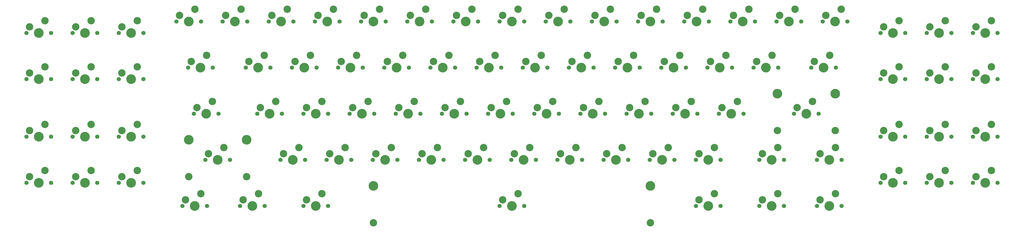
<source format=gbr>
%TF.GenerationSoftware,KiCad,Pcbnew,7.0.9*%
%TF.CreationDate,2023-12-30T16:17:41+00:00*%
%TF.ProjectId,keybird42,6b657962-6972-4643-9432-2e6b69636164,0.1*%
%TF.SameCoordinates,Original*%
%TF.FileFunction,Soldermask,Top*%
%TF.FilePolarity,Negative*%
%FSLAX46Y46*%
G04 Gerber Fmt 4.6, Leading zero omitted, Abs format (unit mm)*
G04 Created by KiCad (PCBNEW 7.0.9) date 2023-12-30 16:17:41*
%MOMM*%
%LPD*%
G01*
G04 APERTURE LIST*
%ADD10C,1.750000*%
%ADD11C,3.050000*%
%ADD12C,4.000000*%
%ADD13C,3.048000*%
%ADD14C,3.987800*%
G04 APERTURE END LIST*
D10*
%TO.C,SW112*%
X90170000Y-28575000D03*
D11*
X91440000Y-26035000D03*
D12*
X95250000Y-28575000D03*
D11*
X97790000Y-23495000D03*
D10*
X100330000Y-28575000D03*
%TD*%
%TO.C,SW123*%
X166370000Y-28575000D03*
D11*
X167640000Y-26035000D03*
D12*
X171450000Y-28575000D03*
D11*
X173990000Y-23495000D03*
D10*
X176530000Y-28575000D03*
%TD*%
%TO.C,SW312*%
X97313750Y-66675000D03*
D11*
X98583750Y-64135000D03*
D12*
X102393750Y-66675000D03*
D11*
X104933750Y-61595000D03*
D10*
X107473750Y-66675000D03*
%TD*%
%TO.C,SW226*%
X328295000Y-47625000D03*
D11*
X329565000Y-45085000D03*
D12*
X333375000Y-47625000D03*
D11*
X335915000Y-42545000D03*
D10*
X338455000Y-47625000D03*
%TD*%
%TO.C,SW325*%
X275907500Y-66675000D03*
D11*
X277177500Y-64135000D03*
D12*
X280987500Y-66675000D03*
D11*
X283527500Y-61595000D03*
D10*
X286067500Y-66675000D03*
%TD*%
%TO.C,SW336*%
X344964044Y-66675056D03*
D11*
X346234044Y-64135056D03*
D12*
X350044044Y-66675056D03*
D11*
X352584044Y-61595056D03*
D10*
X355124044Y-66675056D03*
%TD*%
%TO.C,SW222*%
X118745000Y-47625000D03*
D11*
X120015000Y-45085000D03*
D12*
X123825000Y-47625000D03*
D11*
X126365000Y-42545000D03*
D10*
X128905000Y-47625000D03*
%TD*%
%TO.C,SW332*%
X142557500Y-66675000D03*
D11*
X143827500Y-64135000D03*
D12*
X147637500Y-66675000D03*
D11*
X150177500Y-61595000D03*
D10*
X152717500Y-66675000D03*
%TD*%
%TO.C,SW132*%
X128270000Y-28575000D03*
D11*
X129540000Y-26035000D03*
D12*
X133350000Y-28575000D03*
D11*
X135890000Y-23495000D03*
D10*
X138430000Y-28575000D03*
%TD*%
%TO.C,SW227*%
X399732500Y-52387500D03*
D11*
X401002500Y-49847500D03*
D12*
X404812500Y-52387500D03*
D11*
X407352500Y-47307500D03*
D10*
X409892500Y-52387500D03*
%TD*%
%TO.C,SW411*%
X28257500Y-95250000D03*
D11*
X29527500Y-92710000D03*
D12*
X33337500Y-95250000D03*
D11*
X35877500Y-90170000D03*
D10*
X38417500Y-95250000D03*
%TD*%
%TO.C,SW327*%
X399732500Y-76200000D03*
D11*
X401002500Y-73660000D03*
D12*
X404812500Y-76200000D03*
D11*
X407352500Y-71120000D03*
D10*
X409892500Y-76200000D03*
%TD*%
%TO.C,SW113*%
X147320000Y-28575000D03*
D11*
X148590000Y-26035000D03*
D12*
X152400000Y-28575000D03*
D11*
X154940000Y-23495000D03*
D10*
X157480000Y-28575000D03*
%TD*%
%TO.C,SW413*%
X152082500Y-85725000D03*
D11*
X153352500Y-83185000D03*
D12*
X157162500Y-85725000D03*
D11*
X159702500Y-80645000D03*
D10*
X162242500Y-85725000D03*
%TD*%
%TO.C,SW136*%
X356870304Y-28575024D03*
D11*
X358140304Y-26035024D03*
D12*
X361950304Y-28575024D03*
D11*
X364490304Y-23495024D03*
D10*
X367030304Y-28575024D03*
%TD*%
%TO.C,SW322*%
X123507500Y-66675000D03*
D11*
X124777500Y-64135000D03*
D12*
X128587500Y-66675000D03*
D11*
X131127500Y-61595000D03*
D10*
X133667500Y-66675000D03*
%TD*%
%TO.C,SW134*%
X242570208Y-28575024D03*
D11*
X243840208Y-26035024D03*
D12*
X247650208Y-28575024D03*
D11*
X250190208Y-23495024D03*
D10*
X252730208Y-28575024D03*
%TD*%
%TO.C,SW321*%
X47307500Y-76200000D03*
D11*
X48577500Y-73660000D03*
D12*
X52387500Y-76200000D03*
D11*
X54927500Y-71120000D03*
D10*
X57467500Y-76200000D03*
%TD*%
%TO.C,SW433*%
X190182500Y-85725000D03*
D11*
X191452500Y-83185000D03*
D12*
X195262500Y-85725000D03*
D11*
X197802500Y-80645000D03*
D10*
X200342500Y-85725000D03*
%TD*%
%TO.C,SW126*%
X337820000Y-28575000D03*
D11*
X339090000Y-26035000D03*
D12*
X342900000Y-28575000D03*
D11*
X345440000Y-23495000D03*
D10*
X347980000Y-28575000D03*
%TD*%
%TO.C,SW503*%
X142557500Y-104775000D03*
D11*
X143827500Y-102235000D03*
D12*
X147637500Y-104775000D03*
D11*
X150177500Y-99695000D03*
D10*
X152717500Y-104775000D03*
%TD*%
%TO.C,SW334*%
X237807704Y-66675056D03*
D11*
X239077704Y-64135056D03*
D12*
X242887704Y-66675056D03*
D11*
X245427704Y-61595056D03*
D10*
X247967704Y-66675056D03*
%TD*%
%TO.C,SW223*%
X175895000Y-47625000D03*
D11*
X177165000Y-45085000D03*
D12*
X180975000Y-47625000D03*
D11*
X183515000Y-42545000D03*
D10*
X186055000Y-47625000D03*
%TD*%
%TO.C,SW316*%
X314007768Y-66675056D03*
D11*
X315277768Y-64135056D03*
D12*
X319087768Y-66675056D03*
D11*
X321627768Y-61595056D03*
D10*
X324167768Y-66675056D03*
%TD*%
%TO.C,SW311*%
X28257500Y-76200000D03*
D11*
X29527500Y-73660000D03*
D12*
X33337500Y-76200000D03*
D11*
X35877500Y-71120000D03*
D10*
X38417500Y-76200000D03*
%TD*%
%TO.C,SW221*%
X47307500Y-52387500D03*
D11*
X48577500Y-49847500D03*
D12*
X52387500Y-52387500D03*
D11*
X54927500Y-47307500D03*
D10*
X57467500Y-52387500D03*
%TD*%
%TO.C,SW114*%
X204470000Y-28575000D03*
D11*
X205740000Y-26035000D03*
D12*
X209550000Y-28575000D03*
D11*
X212090000Y-23495000D03*
D10*
X214630000Y-28575000D03*
%TD*%
%TO.C,SW432*%
X133032500Y-85725000D03*
D11*
X134302500Y-83185000D03*
D12*
X138112500Y-85725000D03*
D11*
X140652500Y-80645000D03*
D10*
X143192500Y-85725000D03*
%TD*%
%TO.C,SW502*%
X116363750Y-104775000D03*
D11*
X117633750Y-102235000D03*
D12*
X121443750Y-104775000D03*
D11*
X123983750Y-99695000D03*
D10*
X126523750Y-104775000D03*
%TD*%
%TO.C,SW412*%
X102076250Y-85725000D03*
D11*
X103346250Y-83185000D03*
D12*
X107156250Y-85725000D03*
D11*
X109696250Y-80645000D03*
D10*
X112236250Y-85725000D03*
%TD*%
%TO.C,SW216*%
X309245264Y-47625040D03*
D11*
X310515264Y-45085040D03*
D12*
X314325264Y-47625040D03*
D11*
X316865264Y-42545040D03*
D10*
X319405264Y-47625040D03*
%TD*%
%TO.C,SW135*%
X299720256Y-28575024D03*
D11*
X300990256Y-26035024D03*
D12*
X304800256Y-28575024D03*
D11*
X307340256Y-23495024D03*
D10*
X309880256Y-28575024D03*
%TD*%
%TO.C,SW314*%
X199707500Y-66675000D03*
D11*
X200977500Y-64135000D03*
D12*
X204787500Y-66675000D03*
D11*
X207327500Y-61595000D03*
D10*
X209867500Y-66675000D03*
%TD*%
%TO.C,SW414*%
X209232680Y-85725072D03*
D11*
X210502680Y-83185072D03*
D12*
X214312680Y-85725072D03*
D11*
X216852680Y-80645072D03*
D10*
X219392680Y-85725072D03*
%TD*%
%TO.C,SW504*%
X223520000Y-104775000D03*
D11*
X224790000Y-102235000D03*
D12*
X228600000Y-104775000D03*
D11*
X231140000Y-99695000D03*
D10*
X233680000Y-104775000D03*
%TD*%
%TO.C,SW232*%
X137795000Y-47625000D03*
D11*
X139065000Y-45085000D03*
D12*
X142875000Y-47625000D03*
D11*
X145415000Y-42545000D03*
D10*
X147955000Y-47625000D03*
%TD*%
%TO.C,SW424*%
X228282712Y-85725000D03*
D11*
X229552712Y-83185000D03*
D12*
X233362712Y-85725000D03*
D11*
X235902712Y-80645000D03*
D10*
X238442712Y-85725000D03*
%TD*%
%TO.C,SW213*%
X156845000Y-47625000D03*
D11*
X158115000Y-45085000D03*
D12*
X161925000Y-47625000D03*
D11*
X164465000Y-42545000D03*
D10*
X167005000Y-47625000D03*
%TD*%
%TO.C,SW337*%
X418782856Y-76200064D03*
D11*
X420052856Y-73660064D03*
D12*
X423862856Y-76200064D03*
D11*
X426402856Y-71120064D03*
D10*
X428942856Y-76200064D03*
%TD*%
%TO.C,SW506*%
X330676250Y-104775000D03*
D11*
X331946250Y-102235000D03*
D12*
X335756250Y-104775000D03*
D11*
X338296250Y-99695000D03*
D10*
X340836250Y-104775000D03*
%TD*%
%TO.C,SW236*%
X352107800Y-47625040D03*
D11*
X353377800Y-45085040D03*
D12*
X357187800Y-47625040D03*
D11*
X359727800Y-42545040D03*
D10*
X362267800Y-47625040D03*
%TD*%
%TO.C,SW225*%
X271145000Y-47625000D03*
D11*
X272415000Y-45085000D03*
D12*
X276225000Y-47625000D03*
D11*
X278765000Y-42545000D03*
D10*
X281305000Y-47625000D03*
%TD*%
%TO.C,SW423*%
X171132500Y-85725000D03*
D11*
X172402500Y-83185000D03*
D12*
X176212500Y-85725000D03*
D11*
X178752500Y-80645000D03*
D10*
X181292500Y-85725000D03*
%TD*%
%TO.C,SW415*%
X266382728Y-85725000D03*
D11*
X267652728Y-83185000D03*
D12*
X271462728Y-85725000D03*
D11*
X274002728Y-80645000D03*
D10*
X276542728Y-85725000D03*
%TD*%
%TO.C,SW133*%
X185420000Y-28575000D03*
D11*
X186690000Y-26035000D03*
D12*
X190500000Y-28575000D03*
D11*
X193040000Y-23495000D03*
D10*
X195580000Y-28575000D03*
%TD*%
%TO.C,SW115*%
X261620224Y-28575024D03*
D11*
X262890224Y-26035024D03*
D12*
X266700224Y-28575024D03*
D11*
X269240224Y-23495024D03*
D10*
X271780224Y-28575024D03*
%TD*%
%TO.C,SW501*%
X92551250Y-104775000D03*
D11*
X93821250Y-102235000D03*
D12*
X97631250Y-104775000D03*
D11*
X100171250Y-99695000D03*
D10*
X102711250Y-104775000D03*
%TD*%
%TO.C,SW317*%
X380682824Y-76200064D03*
D11*
X381952824Y-73660064D03*
D12*
X385762824Y-76200064D03*
D11*
X388302824Y-71120064D03*
D10*
X390842824Y-76200064D03*
%TD*%
%TO.C,SW335*%
X294957752Y-66675056D03*
D11*
X296227752Y-64135056D03*
D12*
X300037752Y-66675056D03*
D11*
X302577752Y-61595056D03*
D10*
X305117752Y-66675056D03*
%TD*%
%TO.C,SW116*%
X318770272Y-28575024D03*
D11*
X320040272Y-26035024D03*
D12*
X323850272Y-28575024D03*
D11*
X326390272Y-23495024D03*
D10*
X328930272Y-28575024D03*
%TD*%
%TO.C,SW507*%
X354488750Y-104775000D03*
D11*
X355758750Y-102235000D03*
D12*
X359568750Y-104775000D03*
D11*
X362108750Y-99695000D03*
D10*
X364648750Y-104775000D03*
%TD*%
%TO.C,SW127*%
X399732500Y-33337500D03*
D11*
X401002500Y-30797500D03*
D12*
X404812500Y-33337500D03*
D11*
X407352500Y-28257500D03*
D10*
X409892500Y-33337500D03*
%TD*%
%TO.C,SW231*%
X66357500Y-52387500D03*
D11*
X67627500Y-49847500D03*
D12*
X71437500Y-52387500D03*
D11*
X73977500Y-47307500D03*
D10*
X76517500Y-52387500D03*
%TD*%
%TO.C,SW421*%
X47307500Y-95250000D03*
D11*
X48577500Y-92710000D03*
D12*
X52387500Y-95250000D03*
D11*
X54927500Y-90170000D03*
D10*
X57467500Y-95250000D03*
%TD*%
%TO.C,SW214*%
X213995000Y-47625000D03*
D11*
X215265000Y-45085000D03*
D12*
X219075000Y-47625000D03*
D11*
X221615000Y-42545000D03*
D10*
X224155000Y-47625000D03*
%TD*%
%TO.C,SW505*%
X304482500Y-104775000D03*
D11*
X305752500Y-102235000D03*
D12*
X309562500Y-104775000D03*
D11*
X312102500Y-99695000D03*
D10*
X314642500Y-104775000D03*
%TD*%
%TO.C,SW417*%
X380682824Y-95250000D03*
D11*
X381952824Y-92710000D03*
D12*
X385762824Y-95250000D03*
D11*
X388302824Y-90170000D03*
D10*
X390842824Y-95250000D03*
%TD*%
%TO.C,SW125*%
X280670000Y-28575000D03*
D11*
X281940000Y-26035000D03*
D12*
X285750000Y-28575000D03*
D11*
X288290000Y-23495000D03*
D10*
X290830000Y-28575000D03*
%TD*%
%TO.C,SW437*%
X418782856Y-95250080D03*
D11*
X420052856Y-92710080D03*
D12*
X423862856Y-95250080D03*
D11*
X426402856Y-90170080D03*
D10*
X428942856Y-95250080D03*
%TD*%
%TO.C,SW111*%
X28257500Y-33337500D03*
D11*
X29527500Y-30797500D03*
D12*
X33337500Y-33337500D03*
D11*
X35877500Y-28257500D03*
D10*
X38417500Y-33337500D03*
%TD*%
%TO.C,SW217*%
X380682824Y-52387500D03*
D11*
X381952824Y-49847500D03*
D12*
X385762824Y-52387500D03*
D11*
X388302824Y-47307500D03*
D10*
X390842824Y-52387500D03*
%TD*%
%TO.C,SW121*%
X47307500Y-33337500D03*
D11*
X48577500Y-30797500D03*
D12*
X52387500Y-33337500D03*
D11*
X54927500Y-28257500D03*
D10*
X57467500Y-33337500D03*
%TD*%
%TO.C,SW416*%
X304482760Y-85725000D03*
D11*
X305752760Y-83185000D03*
D12*
X309562760Y-85725000D03*
D11*
X312102760Y-80645000D03*
D10*
X314642760Y-85725000D03*
%TD*%
%TO.C,SW212*%
X94932500Y-47625000D03*
D11*
X96202500Y-45085000D03*
D12*
X100012500Y-47625000D03*
D11*
X102552500Y-42545000D03*
D10*
X105092500Y-47625000D03*
%TD*%
%TO.C,SW234*%
X233045000Y-47625000D03*
D11*
X234315000Y-45085000D03*
D12*
X238125000Y-47625000D03*
D11*
X240665000Y-42545000D03*
D10*
X243205000Y-47625000D03*
%TD*%
%TO.C,SW117*%
X380682824Y-33337500D03*
D11*
X381952824Y-30797500D03*
D12*
X385762824Y-33337500D03*
D11*
X388302824Y-28257500D03*
D10*
X390842824Y-33337500D03*
%TD*%
%TO.C,SW137*%
X418782856Y-33337528D03*
D11*
X420052856Y-30797528D03*
D12*
X423862856Y-33337528D03*
D11*
X426402856Y-28257528D03*
D10*
X428942856Y-33337528D03*
%TD*%
%TO.C,SW233*%
X194945000Y-47625000D03*
D11*
X196215000Y-45085000D03*
D12*
X200025000Y-47625000D03*
D11*
X202565000Y-42545000D03*
D10*
X205105000Y-47625000D03*
%TD*%
%TO.C,SW211*%
X28257500Y-52387500D03*
D11*
X29527500Y-49847500D03*
D12*
X33337500Y-52387500D03*
D11*
X35877500Y-47307500D03*
D10*
X38417500Y-52387500D03*
%TD*%
%TO.C,SW315*%
X256857720Y-66675056D03*
D11*
X258127720Y-64135056D03*
D12*
X261937720Y-66675056D03*
D11*
X264477720Y-61595056D03*
D10*
X267017720Y-66675056D03*
%TD*%
%TO.C,SW425*%
X285432500Y-85725000D03*
D11*
X286702500Y-83185000D03*
D12*
X290512500Y-85725000D03*
D11*
X293052500Y-80645000D03*
D10*
X295592500Y-85725000D03*
%TD*%
%TO.C,SW333*%
X180657500Y-66675000D03*
D11*
X181927500Y-64135000D03*
D12*
X185737500Y-66675000D03*
D11*
X188277500Y-61595000D03*
D10*
X190817500Y-66675000D03*
%TD*%
%TO.C,SW235*%
X290195248Y-47625040D03*
D11*
X291465248Y-45085040D03*
D12*
X295275248Y-47625040D03*
D11*
X297815248Y-42545040D03*
D10*
X300355248Y-47625040D03*
%TD*%
%TO.C,SW323*%
X161607500Y-66675000D03*
D11*
X162877500Y-64135000D03*
D12*
X166687500Y-66675000D03*
D11*
X169227500Y-61595000D03*
D10*
X171767500Y-66675000D03*
%TD*%
%TO.C,SW122*%
X109220000Y-28575000D03*
D11*
X110490000Y-26035000D03*
D12*
X114300000Y-28575000D03*
D11*
X116840000Y-23495000D03*
D10*
X119380000Y-28575000D03*
%TD*%
%TO.C,SW436*%
X354489052Y-85725072D03*
D11*
X355759052Y-83185072D03*
D12*
X359569052Y-85725072D03*
D11*
X362109052Y-80645072D03*
D10*
X364649052Y-85725072D03*
%TD*%
%TO.C,SW427*%
X399732500Y-95250000D03*
D11*
X401002500Y-92710000D03*
D12*
X404812500Y-95250000D03*
D11*
X407352500Y-90170000D03*
D10*
X409892500Y-95250000D03*
%TD*%
%TO.C,SW331*%
X66357500Y-76200000D03*
D11*
X67627500Y-73660000D03*
D12*
X71437500Y-76200000D03*
D11*
X73977500Y-71120000D03*
D10*
X76517500Y-76200000D03*
%TD*%
%TO.C,SW237*%
X418782856Y-52387544D03*
D11*
X420052856Y-49847544D03*
D12*
X423862856Y-52387544D03*
D11*
X426402856Y-47307544D03*
D10*
X428942856Y-52387544D03*
%TD*%
%TO.C,SW434*%
X247332712Y-85725000D03*
D11*
X248602712Y-83185000D03*
D12*
X252412712Y-85725000D03*
D11*
X254952712Y-80645000D03*
D10*
X257492712Y-85725000D03*
%TD*%
%TO.C,SW426*%
X330676250Y-85725000D03*
D11*
X331946250Y-83185000D03*
D12*
X335756250Y-85725000D03*
D11*
X338296250Y-80645000D03*
D10*
X340836250Y-85725000D03*
%TD*%
%TO.C,SW215*%
X252095216Y-47625040D03*
D11*
X253365216Y-45085040D03*
D12*
X257175216Y-47625040D03*
D11*
X259715216Y-42545040D03*
D10*
X262255216Y-47625040D03*
%TD*%
%TO.C,SW431*%
X66357500Y-95250000D03*
D11*
X67627500Y-92710000D03*
D12*
X71437500Y-95250000D03*
D11*
X73977500Y-90170000D03*
D10*
X76517500Y-95250000D03*
%TD*%
%TO.C,SW124*%
X223520192Y-28575024D03*
D11*
X224790192Y-26035024D03*
D12*
X228600192Y-28575024D03*
D11*
X231140192Y-23495024D03*
D10*
X233680192Y-28575024D03*
%TD*%
%TO.C,SW131*%
X66357500Y-33337500D03*
D11*
X67627500Y-30797500D03*
D12*
X71437500Y-33337500D03*
D11*
X73977500Y-28257500D03*
D10*
X76517500Y-33337500D03*
%TD*%
%TO.C,SW324*%
X218757688Y-66675056D03*
D11*
X220027688Y-64135056D03*
D12*
X223837688Y-66675056D03*
D11*
X226377688Y-61595056D03*
D10*
X228917688Y-66675056D03*
%TD*%
D13*
%TO.C,REF\u002A\u002A*%
X285750192Y-111760088D03*
D14*
X285750192Y-96550088D03*
D13*
X171450192Y-111760088D03*
D14*
X171450192Y-96550088D03*
%TD*%
D13*
%TO.C,REF\u002A\u002A*%
X119094340Y-92710072D03*
D14*
X119094340Y-77500072D03*
D13*
X95218340Y-92710072D03*
D14*
X95218340Y-77500072D03*
%TD*%
D13*
%TO.C,REF\u002A\u002A*%
X361982044Y-73660056D03*
D14*
X361982044Y-58450056D03*
D13*
X338106044Y-73660056D03*
D14*
X338106044Y-58450056D03*
%TD*%
M02*

</source>
